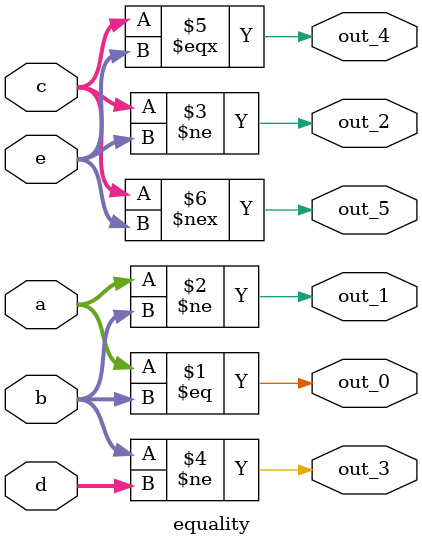
<source format=v>
module equality(a,b,c,d,e,out_0,out_1,out_2,out_3,out_4,out_5);

input[3:0]a,b,c,d,e;
output out_0,out_1,out_2,out_3,out_4,out_5;

//a=4'b1010; b=4'b0101; c=4'b000x; d=4'b100z; e=4'b00x0;
assign out_0 = a == b; //1'b0
assign out_1 = a != b; //1'b1
assign out_2 = c != e; //1'bx
assign out_3 = b != d; //1'b1
assign out_4 = c === e; //1'b0
assign out_5 = c !== e; //1'b1

endmodule


</source>
